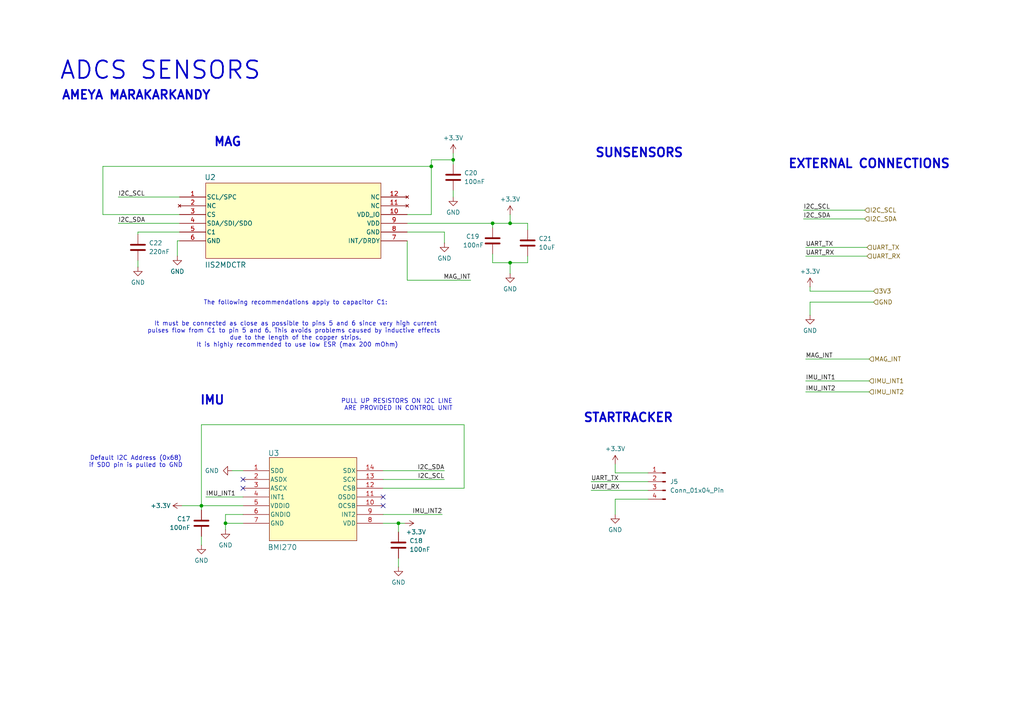
<source format=kicad_sch>
(kicad_sch (version 20231120) (generator "eeschema") (generator_version "8.0")
  (paper "A4")
  (lib_symbols
    (symbol "BMI270:BMI270" (pin_names (offset 0.254))
      (property "Reference" "U" (at 0.508 25.654 0))
      (property "Value" "BMI270" (at 3.81 -2.032 0))
      (symbol "BMI270_0_1"
        (pin bidirectional line (at -7.62 20.32 0) (length 7.62) (name "SDO") (number "1"))
        (pin input line (at 33.02 10.16 180) (length 7.62) (name "OCSB") (number "10"))
        (pin output line (at 33.02 12.7 180) (length 7.62) (name "OSDO") (number "11"))
        (pin input line (at 33.02 15.24 180) (length 7.62) (name "CSB") (number "12"))
        (pin input line (at 33.02 17.78 180) (length 7.62) (name "SCX") (number "13"))
        (pin bidirectional line (at 33.02 20.32 180) (length 7.62) (name "SDX") (number "14"))
        (pin bidirectional line (at -7.62 17.78 0) (length 7.62) (name "ASDX") (number "2"))
        (pin bidirectional line (at -7.62 15.24 0) (length 7.62) (name "ASCX") (number "3"))
        (pin bidirectional line (at -7.62 12.7 0) (length 7.62) (name "INT1") (number "4"))
        (pin power_in line (at -7.62 10.16 0) (length 7.62) (name "VDDIO") (number "5"))
        (pin power_out line (at -7.62 7.62 0) (length 7.62) (name "GNDIO") (number "6"))
        (pin power_out line (at -7.62 5.08 0) (length 7.62) (name "GND") (number "7"))
        (pin power_in line (at 33.02 5.08 180) (length 7.62) (name "VDD") (number "8"))
        (pin bidirectional line (at 33.02 7.62 180) (length 7.62) (name "INT2") (number "9"))
      )
      (symbol "BMI270_1_1"
        (rectangle (start 0 24.13) (end 25.4 0) (fill (type background)))
      )
    )
    (symbol "Connector:Conn_01x04_Pin" (pin_names (offset 1.016) hide)
      (property "Reference" "J" (at 0 5.08 0))
      (property "Value" "Conn_01x04_Pin" (at 0 -7.62 0))
      (symbol "Conn_01x04_Pin_1_1"
        (polyline (pts (xy 1.27 -5.08) (xy 0.8636 -5.08)) (stroke (width 0.1524)))
        (polyline (pts (xy 1.27 -2.54) (xy 0.8636 -2.54)) (stroke (width 0.1524)))
        (polyline (pts (xy 1.27 0) (xy 0.8636 0)) (stroke (width 0.1524)))
        (polyline (pts (xy 1.27 2.54) (xy 0.8636 2.54)) (stroke (width 0.1524)))
        (rectangle (start 0.8636 -4.953) (end 0 -5.207) (stroke (width 0.1524)) (fill (type outline)))
        (rectangle (start 0.8636 -2.413) (end 0 -2.667) (stroke (width 0.1524)) (fill (type outline)))
        (rectangle (start 0.8636 0.127) (end 0 -0.127) (stroke (width 0.1524)) (fill (type outline)))
        (rectangle (start 0.8636 2.667) (end 0 2.413) (stroke (width 0.1524)) (fill (type outline)))
        (pin passive line (at 5.08 2.54 180) (length 3.81) (name "Pin_1") (number "1"))
        (pin passive line (at 5.08 0 180) (length 3.81) (name "Pin_2") (number "2"))
        (pin passive line (at 5.08 -2.54 180) (length 3.81) (name "Pin_3") (number "3"))
        (pin passive line (at 5.08 -5.08 180) (length 3.81) (name "Pin_4") (number "4"))
      )
    )
    (symbol "Device:C" (pin_numbers hide) (pin_names (offset 0.254))
      (property "Reference" "C" (at 0.635 2.54 0))
      (property "Value" "C" (at 0.635 -2.54 0))
      (symbol "C_0_1"
        (polyline (pts (xy -2.032 -0.762) (xy 2.032 -0.762)) (stroke (width 0.508)))
        (polyline (pts (xy -2.032 0.762) (xy 2.032 0.762)) (stroke (width 0.508)))
      )
      (symbol "C_1_1"
        (pin passive line (at 0 3.81 270) (length 2.794) (name "~") (number "1"))
        (pin passive line (at 0 -3.81 90) (length 2.794) (name "~") (number "2"))
      )
    )
    (symbol "IIS2MDC:IIS2MDCTR" (pin_names (offset 0.254))
      (property "Reference" "U" (at 25.4 27.94 0))
      (property "Value" "IIS2MDCTR" (at 25.4 25.4 0))
      (symbol "IIS2MDCTR_0_1"
        (pin bidirectional line (at -7.62 17.78 0) (length 7.62) (name "SCL/SPC") (number "1"))
        (pin power_in line (at 58.42 12.7 180) (length 7.62) (name "VDD_IO") (number "10"))
        (pin no_connect line (at 58.42 15.24 180) (length 7.62) (name "NC") (number "11"))
        (pin no_connect line (at 58.42 17.78 180) (length 7.62) (name "NC") (number "12"))
        (pin no_connect line (at -7.62 15.24 0) (length 7.62) (name "NC") (number "2"))
        (pin input line (at -7.62 12.7 0) (length 7.62) (name "CS") (number "3"))
        (pin bidirectional line (at -7.62 10.16 0) (length 7.62) (name "SDA/SDI/SDO") (number "4"))
        (pin unspecified line (at -7.62 7.62 0) (length 7.62) (name "C1") (number "5"))
        (pin power_out line (at -7.62 5.08 0) (length 7.62) (name "GND") (number "6"))
        (pin output line (at 58.42 5.08 180) (length 7.62) (name "INT/DRDY") (number "7"))
        (pin power_out line (at 58.42 7.62 180) (length 7.62) (name "GND") (number "8"))
        (pin power_in line (at 58.42 10.16 180) (length 7.62) (name "VDD") (number "9"))
      )
      (symbol "IIS2MDCTR_1_1"
        (rectangle (start 0 21.844) (end 50.8 0) (fill (type background)))
      )
    )
    (symbol "power:+3.3V" (power) (pin_numbers hide) (pin_names (offset 0) hide)
      (property "Value" "+3.3V" (at 0 3.556 0))
      (symbol "+3.3V_0_1"
        (polyline (pts (xy -0.762 1.27) (xy 0 2.54)))
        (polyline (pts (xy 0 0) (xy 0 2.54)))
        (polyline (pts (xy 0 2.54) (xy 0.762 1.27)))
      )
      (symbol "+3.3V_1_1"
        (pin power_in line (at 0 0 90) (length 0) (name "~") (number "1"))
      )
    )
    (symbol "power:GND" (power) (pin_numbers hide) (pin_names (offset 0) hide)
      (property "Value" "GND" (at 0 -3.81 0))
      (symbol "GND_0_1"
        (polyline (pts (xy 0 0) (xy 0 -1.27) (xy 1.27 -1.27) (xy 0 -2.54) (xy -1.27 -1.27) (xy 0 -1.27)))
      )
      (symbol "GND_1_1"
        (pin power_in line (at 0 0 270) (length 0) (name "~") (number "1"))
      )
    )
  )
  (junction (at 147.955 64.77))
  (junction (at 65.405 151.765))
  (junction (at 58.42 146.685))
  (junction (at 147.955 76.2))
  (junction (at 142.875 64.77))
  (junction (at 115.57 151.765))
  (junction (at 131.445 46.355))
  (junction (at 125.095 48.26))
  (no_connect (at 70.485 139.065))
  (no_connect (at 111.125 144.145))
  (no_connect (at 111.125 146.685))
  (no_connect (at 70.485 141.605))
  (wire (pts (xy 29.845 48.26) (xy 29.845 62.23)))
  (wire (pts (xy 250.825 60.96) (xy 233.045 60.96)))
  (wire (pts (xy 147.955 64.77) (xy 153.035 64.77)))
  (wire (pts (xy 58.42 158.115) (xy 58.42 155.575)))
  (wire (pts (xy 125.095 62.23) (xy 118.11 62.23)))
  (wire (pts (xy 70.485 149.225) (xy 65.405 149.225)))
  (wire (pts (xy 234.95 87.63) (xy 253.365 87.63)))
  (wire (pts (xy 178.435 137.16) (xy 187.96 137.16)))
  (wire (pts (xy 233.68 71.755) (xy 251.46 71.755)))
  (wire (pts (xy 118.11 64.77) (xy 142.875 64.77)))
  (wire (pts (xy 234.95 87.63) (xy 234.95 91.44)))
  (wire (pts (xy 118.11 81.28) (xy 136.525 81.28)))
  (wire (pts (xy 40.005 67.31) (xy 40.005 67.945)))
  (wire (pts (xy 125.095 46.355) (xy 131.445 46.355)))
  (wire (pts (xy 118.11 69.85) (xy 118.11 81.28)))
  (wire (pts (xy 134.62 141.605) (xy 134.62 123.19)))
  (wire (pts (xy 118.11 67.31) (xy 128.905 67.31)))
  (wire (pts (xy 117.475 151.765) (xy 115.57 151.765)))
  (wire (pts (xy 252.095 104.14) (xy 233.68 104.14)))
  (wire (pts (xy 29.845 62.23) (xy 52.07 62.23)))
  (wire (pts (xy 147.955 76.2) (xy 153.035 76.2)))
  (wire (pts (xy 29.845 48.26) (xy 125.095 48.26)))
  (wire (pts (xy 52.07 64.77) (xy 34.29 64.77)))
  (wire (pts (xy 115.57 161.925) (xy 115.57 164.465)))
  (wire (pts (xy 115.57 151.765) (xy 111.125 151.765)))
  (wire (pts (xy 178.435 144.78) (xy 187.96 144.78)))
  (wire (pts (xy 147.955 62.23) (xy 147.955 64.77)))
  (wire (pts (xy 58.42 123.19) (xy 58.42 146.685)))
  (wire (pts (xy 142.875 64.77) (xy 142.875 66.04)))
  (wire (pts (xy 131.445 55.245) (xy 131.445 57.15)))
  (wire (pts (xy 153.035 76.2) (xy 153.035 74.295)))
  (wire (pts (xy 142.875 76.2) (xy 142.875 73.66)))
  (wire (pts (xy 52.07 57.15) (xy 34.29 57.15)))
  (wire (pts (xy 142.875 64.77) (xy 147.955 64.77)))
  (wire (pts (xy 58.42 146.685) (xy 70.485 146.685)))
  (wire (pts (xy 40.005 75.565) (xy 40.005 77.47)))
  (wire (pts (xy 111.125 139.065) (xy 128.905 139.065)))
  (wire (pts (xy 125.095 48.26) (xy 125.095 62.23)))
  (wire (pts (xy 233.68 113.665) (xy 252.095 113.665)))
  (wire (pts (xy 115.57 154.305) (xy 115.57 151.765)))
  (wire (pts (xy 253.365 84.455) (xy 234.95 84.455)))
  (wire (pts (xy 171.45 139.7) (xy 187.96 139.7)))
  (wire (pts (xy 125.095 46.355) (xy 125.095 48.26)))
  (wire (pts (xy 252.095 110.49) (xy 233.68 110.49)))
  (wire (pts (xy 171.45 142.24) (xy 187.96 142.24)))
  (wire (pts (xy 59.69 144.145) (xy 70.485 144.145)))
  (wire (pts (xy 131.445 44.45) (xy 131.445 46.355)))
  (wire (pts (xy 67.31 136.525) (xy 70.485 136.525)))
  (wire (pts (xy 234.95 84.455) (xy 234.95 83.185)))
  (wire (pts (xy 178.435 137.16) (xy 178.435 134.62)))
  (wire (pts (xy 52.07 67.31) (xy 40.005 67.31)))
  (wire (pts (xy 153.035 64.77) (xy 153.035 66.675)))
  (wire (pts (xy 233.68 74.295) (xy 251.46 74.295)))
  (wire (pts (xy 51.435 74.295) (xy 51.435 69.85)))
  (wire (pts (xy 58.42 146.685) (xy 58.42 147.955)))
  (wire (pts (xy 147.955 76.2) (xy 142.875 76.2)))
  (wire (pts (xy 131.445 46.355) (xy 131.445 47.625)))
  (wire (pts (xy 65.405 151.765) (xy 65.405 153.67)))
  (wire (pts (xy 147.955 76.2) (xy 147.955 79.375)))
  (wire (pts (xy 250.825 63.5) (xy 233.045 63.5)))
  (wire (pts (xy 51.435 69.85) (xy 52.07 69.85)))
  (wire (pts (xy 178.435 149.225) (xy 178.435 144.78)))
  (wire (pts (xy 111.125 136.525) (xy 128.905 136.525)))
  (wire (pts (xy 65.405 151.765) (xy 70.485 151.765)))
  (wire (pts (xy 128.905 67.31) (xy 128.905 70.485)))
  (wire (pts (xy 111.125 149.225) (xy 128.27 149.225)))
  (wire (pts (xy 111.125 141.605) (xy 134.62 141.605)))
  (wire (pts (xy 65.405 149.225) (xy 65.405 151.765)))
  (wire (pts (xy 134.62 123.19) (xy 58.42 123.19)))
  (wire (pts (xy 52.705 146.685) (xy 58.42 146.685)))
  (text "MAG" (at 66.04 41.275 0) (effects (font (size 2.54 2.54) (thickness 0.508) (bold yes))))
  (text "The following recommendations apply to capacitor C1:\n \n \n It must be connected as close as possible to pins 5 and 6 since very high current \npulses flow from C1 to pin 5 and 6. This avoids problems caused by inductive effects \ndue to the length of the copper strips.\n It is highly recommended to use low ESR (max 200 mOhm)" (at 85.725 93.98 0) (effects (font (size 1.27 1.27))))
  (text "PULL UP RESISTORS ON I2C LINE \nARE PROVIDED IN CONTROL UNIT" (at 115.57 117.475 0) (effects (font (size 1.27 1.27))))
  (text "ADCS SENSORS" (at 17.145 23.495 0) (effects (font (size 5.08 5.08) (thickness 0.508) (bold yes)) (justify left bottom)))
  (text "SUNSENSORS" (at 185.42 44.45 0) (effects (font (size 2.54 2.54) (thickness 0.508) (bold yes))))
  (text "EXTERNAL CONNECTIONS" (at 252.095 47.625 0) (effects (font (size 2.54 2.54) (thickness 0.508) (bold yes))))
  (text "Default I2C Address (0x68)\nif SDO pin is pulled to GND" (at 39.37 133.985 0) (effects (font (size 1.27 1.27))))
  (text "AMEYA MARAKARKANDY" (at 17.78 29.21 0) (effects (font (size 2.54 2.54) (bold yes)) (justify left bottom)))
  (text "IMU" (at 61.595 116.205 0) (effects (font (size 2.54 2.54) (thickness 0.508) (bold yes))))
  (text "STARTRACKER" (at 182.245 121.285 0) (effects (font (size 2.54 2.54) (thickness 0.508) (bold yes))))
  (label "I2C_SCL" (at 233.045 60.96 0))
  (label "I2C_SCL" (at 34.29 57.15 0))
  (label "I2C_SCL" (at 128.905 139.065 180))
  (label "UART_TX" (at 171.45 139.7 0))
  (label "I2C_SDA" (at 233.045 63.5 0))
  (label "UART_RX" (at 233.68 74.295 0))
  (label "I2C_SDA" (at 34.29 64.77 0))
  (label "IMU_INT1" (at 59.69 144.145 0))
  (label "I2C_SDA" (at 128.905 136.525 180))
  (label "IMU_INT2" (at 233.68 113.665 0))
  (label "UART_TX" (at 233.68 71.755 0))
  (label "UART_RX" (at 171.45 142.24 0))
  (label "MAG_INT" (at 233.68 104.14 0))
  (label "MAG_INT" (at 136.525 81.28 180))
  (label "IMU_INT1" (at 233.68 110.49 0))
  (label "IMU_INT2" (at 128.27 149.225 180))
  (hierarchical_label "I2C_SCL" (shape input) (at 250.825 60.96 0))
  (hierarchical_label "GND" (shape input) (at 253.365 87.63 0))
  (hierarchical_label "IMU_INT1" (shape input) (at 252.095 110.49 0))
  (hierarchical_label "UART_TX" (shape input) (at 251.46 71.755 0))
  (hierarchical_label "MAG_INT" (shape input) (at 252.095 104.14 0))
  (hierarchical_label "3V3" (shape input) (at 253.365 84.455 0))
  (hierarchical_label "IMU_INT2" (shape input) (at 252.095 113.665 0))
  (hierarchical_label "I2C_SDA" (shape input) (at 250.825 63.5 0))
  (hierarchical_label "UART_RX" (shape input) (at 251.46 74.295 0))
  (symbol (lib_id "Device:C") (at 115.57 158.115 0) (unit 1)
    (property "Reference" "C18" (at 118.745 156.8449 0) (effects (justify left)))
    (property "Value" "100nF" (at 118.745 159.3849 0) (effects (justify left)))
    (property "Footprint" "Capacitor_SMD:C_0603_1608Metric" (effects (hide yes)))
    (property "Description" "Unpolarized capacitor" (effects (hide yes)))
  )
  (symbol (lib_id "power:+3.3V") (at 147.955 62.23 0) (unit 1)
    (property "Reference" "#PWR038" (effects (hide yes)))
    (property "Value" "+3.3V" (at 147.955 57.785 0))
    (property "Description" "Power symbol creates a global label with name \"+3.3V\"" (effects (hide yes)))
  )
  (symbol (lib_id "power:GND") (at 178.435 149.225 0) (mirror y) (unit 1)
    (property "Reference" "#PWR041" (effects (hide yes)))
    (property "Value" "GND" (at 178.435 153.67 0))
    (property "Description" "Power symbol creates a global label with name \"GND\" , ground" (effects (hide yes)))
  )
  (symbol (lib_id "Device:C") (at 131.445 51.435 0) (unit 1)
    (property "Reference" "C20" (at 134.62 50.1649 0) (effects (justify left)))
    (property "Value" "100nF" (at 134.62 52.7049 0) (effects (justify left)))
    (property "Footprint" "Capacitor_SMD:C_0603_1608Metric" (effects (hide yes)))
    (property "Description" "Unpolarized capacitor" (effects (hide yes)))
  )
  (symbol (lib_id "power:GND") (at 65.405 153.67 0) (unit 1)
    (property "Reference" "#PWR028" (effects (hide yes)))
    (property "Value" "GND" (at 65.405 158.115 0))
    (property "Description" "Power symbol creates a global label with name \"GND\" , ground" (effects (hide yes)))
  )
  (symbol (lib_id "power:GND") (at 67.31 136.525 270) (unit 1)
    (property "Reference" "#PWR033" (effects (hide yes)))
    (property "Value" "GND" (at 63.5 136.5249 90) (effects (justify right)))
    (property "Description" "Power symbol creates a global label with name \"GND\" , ground" (effects (hide yes)))
  )
  (symbol (lib_id "power:GND") (at 58.42 158.115 0) (unit 1)
    (property "Reference" "#PWR029" (effects (hide yes)))
    (property "Value" "GND" (at 58.42 162.56 0))
    (property "Description" "Power symbol creates a global label with name \"GND\" , ground" (effects (hide yes)))
  )
  (symbol (lib_id "Device:C") (at 40.005 71.755 0) (unit 1)
    (property "Reference" "C22" (at 43.18 70.4849 0) (effects (justify left)))
    (property "Value" "220nF" (at 43.18 73.0249 0) (effects (justify left)))
    (property "Footprint" "Capacitor_SMD:C_0603_1608Metric" (effects (hide yes)))
    (property "Description" "Unpolarized capacitor" (effects (hide yes)))
  )
  (symbol (lib_id "power:+3.3V") (at 234.95 83.185 0) (unit 1)
    (property "Reference" "#PWR042" (effects (hide yes)))
    (property "Value" "+3.3V" (at 234.95 78.74 0))
    (property "Description" "Power symbol creates a global label with name \"+3.3V\"" (effects (hide yes)))
  )
  (symbol (lib_id "power:GND") (at 147.955 79.375 0) (mirror y) (unit 1)
    (property "Reference" "#PWR032" (effects (hide yes)))
    (property "Value" "GND" (at 147.955 83.82 0))
    (property "Description" "Power symbol creates a global label with name \"GND\" , ground" (effects (hide yes)))
  )
  (symbol (lib_id "Device:C") (at 142.875 69.85 0) (mirror y) (unit 1)
    (property "Reference" "C19" (at 139.065 68.58 0) (effects (justify left)))
    (property "Value" "100nF" (at 140.335 71.1201 0) (effects (justify left)))
    (property "Footprint" "Capacitor_SMD:C_0603_1608Metric" (effects (hide yes)))
    (property "Description" "Unpolarized capacitor" (effects (hide yes)))
  )
  (symbol (lib_id "power:GND") (at 40.005 77.47 0) (mirror y) (unit 1)
    (property "Reference" "#PWR037" (effects (hide yes)))
    (property "Value" "GND" (at 40.005 81.915 0))
    (property "Description" "Power symbol creates a global label with name \"GND\" , ground" (effects (hide yes)))
  )
  (symbol (lib_id "power:GND") (at 51.435 74.295 0) (mirror y) (unit 1)
    (property "Reference" "#PWR036" (effects (hide yes)))
    (property "Value" "GND" (at 51.435 78.74 0))
    (property "Description" "Power symbol creates a global label with name \"GND\" , ground" (effects (hide yes)))
  )
  (symbol (lib_id "power:GND") (at 234.95 91.44 0) (mirror y) (unit 1)
    (property "Reference" "#PWR043" (effects (hide yes)))
    (property "Value" "GND" (at 234.95 95.885 0))
    (property "Description" "Power symbol creates a global label with name \"GND\" , ground" (effects (hide yes)))
  )
  (symbol (lib_id "power:GND") (at 131.445 57.15 0) (mirror y) (unit 1)
    (property "Reference" "#PWR034" (effects (hide yes)))
    (property "Value" "GND" (at 131.445 61.595 0))
    (property "Description" "Power symbol creates a global label with name \"GND\" , ground" (effects (hide yes)))
  )
  (symbol (lib_id "power:+3.3V") (at 117.475 151.765 270) (unit 1)
    (property "Reference" "#PWR031" (effects (hide yes)))
    (property "Value" "+3.3V" (at 120.65 154.305 90))
    (property "Description" "Power symbol creates a global label with name \"+3.3V\"" (effects (hide yes)))
  )
  (symbol (lib_id "power:GND") (at 128.905 70.485 0) (mirror y) (unit 1)
    (property "Reference" "#PWR035" (effects (hide yes)))
    (property "Value" "GND" (at 128.905 74.93 0))
    (property "Description" "Power symbol creates a global label with name \"GND\" , ground" (effects (hide yes)))
  )
  (symbol (lib_id "power:+3.3V") (at 131.445 44.45 0) (unit 1)
    (property "Reference" "#PWR039" (effects (hide yes)))
    (property "Value" "+3.3V" (at 131.445 40.005 0))
    (property "Description" "Power symbol creates a global label with name \"+3.3V\"" (effects (hide yes)))
  )
  (symbol (lib_id "power:GND") (at 115.57 164.465 0) (mirror y) (unit 1)
    (property "Reference" "#PWR027" (effects (hide yes)))
    (property "Value" "GND" (at 115.57 168.91 0))
    (property "Description" "Power symbol creates a global label with name \"GND\" , ground" (effects (hide yes)))
  )
  (symbol (lib_id "Connector:Conn_01x04_Pin") (at 193.04 139.7 0) (mirror y) (unit 1)
    (property "Reference" "J5" (at 194.31 139.6999 0) (effects (justify right)))
    (property "Value" "Conn_01x04_Pin" (at 194.31 142.2399 0) (effects (justify right)))
    (property "Footprint" "Connector_PinHeader_2.54mm:PinHeader_1x04_P2.54mm_Horizontal" (effects (hide yes)))
    (property "Description" "Generic connector, single row, 01x04, script generated" (effects (hide yes)))
  )
  (symbol (lib_id "power:+3.3V") (at 178.435 134.62 0) (unit 1)
    (property "Reference" "#PWR040" (effects (hide yes)))
    (property "Value" "+3.3V" (at 178.435 130.175 0))
    (property "Description" "Power symbol creates a global label with name \"+3.3V\"" (effects (hide yes)))
  )
  (symbol (lib_id "Device:C") (at 153.035 70.485 0) (unit 1)
    (property "Reference" "C21" (at 156.21 69.2149 0) (effects (justify left)))
    (property "Value" "10uF" (at 156.21 71.7549 0) (effects (justify left)))
    (property "Footprint" "Capacitor_SMD:C_0603_1608Metric" (effects (hide yes)))
    (property "Description" "Unpolarized capacitor" (effects (hide yes)))
  )
  (symbol (lib_id "power:+3.3V") (at 52.705 146.685 90) (unit 1)
    (property "Reference" "#PWR030" (effects (hide yes)))
    (property "Value" "+3.3V" (at 49.53 146.6849 90) (effects (justify left)))
    (property "Description" "Power symbol creates a global label with name \"+3.3V\"" (effects (hide yes)))
  )
  (symbol (lib_id "Device:C") (at 58.42 151.765 0) (mirror y) (unit 1)
    (property "Reference" "C17" (at 55.245 150.4949 0) (effects (justify left)))
    (property "Value" "100nF" (at 55.245 153.0349 0) (effects (justify left)))
    (property "Footprint" "Capacitor_SMD:C_0603_1608Metric" (effects (hide yes)))
    (property "Description" "Unpolarized capacitor" (effects (hide yes)))
  )
  (symbol (lib_id "BMI270:BMI270") (at 78.105 156.845 0) (unit 1)
    (property "Reference" "U3" (at 79.375 131.445 0) (effects (font (size 1.524 1.524))))
    (property "Value" "BMI270" (at 81.915 158.75 0) (effects (font (size 1.524 1.524))))
    (property "Footprint" "BMI270:BMI270_BOS" (effects (hide yes)))
    (property "Datasheet" "BMI270" (effects (hide yes)))
  )
  (symbol (lib_id "IIS2MDC:IIS2MDCTR") (at 59.69 74.93 0) (unit 1)
    (property "Reference" "U2" (at 60.96 51.435 0) (effects (font (size 1.524 1.524))))
    (property "Value" "IIS2MDCTR" (at 65.405 76.835 0) (effects (font (size 1.524 1.524))))
    (property "Footprint" "IIS2MDC:LGA-12_2X2X0P7_STM" (effects (hide yes)))
    (property "Datasheet" "IIS2MDCTR" (effects (hide yes)))
  )
)
</source>
